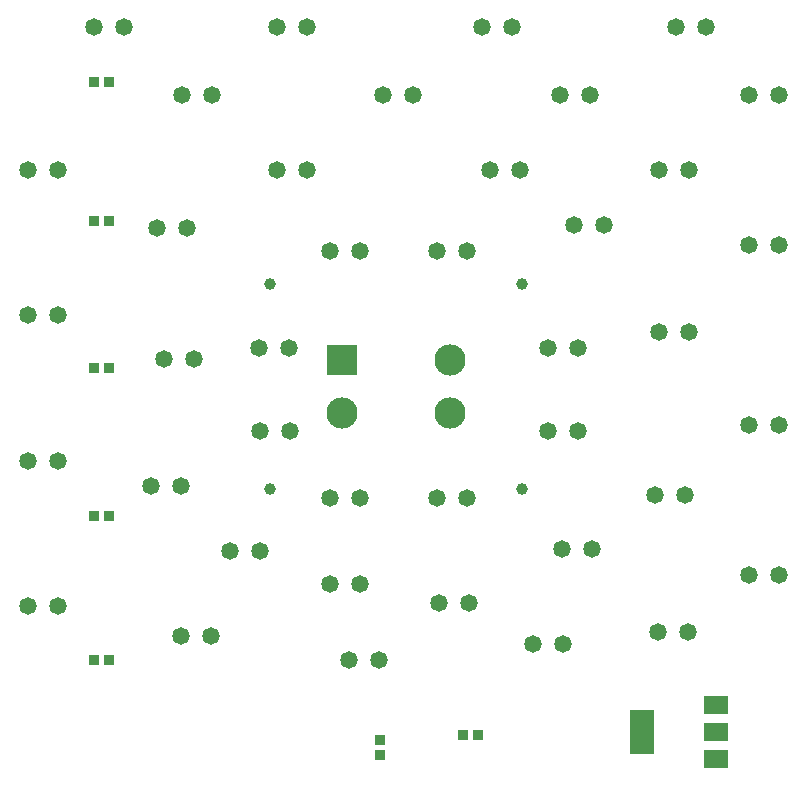
<source format=gbr>
%TF.GenerationSoftware,Altium Limited,Altium Designer,19.0.10 (269)*%
G04 Layer_Color=255*
%FSLAX26Y26*%
%MOIN*%
%TF.FileFunction,Pads,Bot*%
%TF.Part,Single*%
G01*
G75*
%TA.AperFunction,SMDPad,CuDef*%
%ADD11R,0.037402X0.033465*%
%ADD12R,0.033465X0.037402*%
%ADD13R,0.078740X0.149606*%
%ADD14R,0.078740X0.059055*%
%TA.AperFunction,ComponentPad*%
%ADD17C,0.058268*%
%ADD18C,0.039370*%
%ADD19C,0.103937*%
%ADD20R,0.103937X0.103937*%
D11*
X1325000Y149409D02*
D03*
Y200590D02*
D03*
D12*
X369409Y2393889D02*
D03*
X420591D02*
D03*
X369409Y1440000D02*
D03*
X420591D02*
D03*
X369409Y947222D02*
D03*
X420591D02*
D03*
X369409Y465000D02*
D03*
X420591D02*
D03*
X1650591Y215000D02*
D03*
X1599409D02*
D03*
X420591Y1930000D02*
D03*
X369409D02*
D03*
D13*
X2195984Y225000D02*
D03*
D14*
X2444016Y134449D02*
D03*
Y225000D02*
D03*
Y315551D02*
D03*
D17*
X1157598Y1830000D02*
D03*
X1257598D02*
D03*
X2310000Y2575000D02*
D03*
X2410000D02*
D03*
X1663333D02*
D03*
X1763333D02*
D03*
X980000D02*
D03*
X1080000D02*
D03*
X1885000Y1505000D02*
D03*
X1985000D02*
D03*
X1885000Y1230000D02*
D03*
X1985000D02*
D03*
X1157598Y720000D02*
D03*
X1257598D02*
D03*
X1220000Y465000D02*
D03*
X1320000D02*
D03*
X925000Y1230000D02*
D03*
X1025000D02*
D03*
X920000Y1505000D02*
D03*
X1020000D02*
D03*
X765000Y2350000D02*
D03*
X665000D02*
D03*
X470000Y2575000D02*
D03*
X370000D02*
D03*
X2025000Y2350000D02*
D03*
X1925000D02*
D03*
X2655000D02*
D03*
X2555000D02*
D03*
X1435000D02*
D03*
X1335000D02*
D03*
X2071667Y1915000D02*
D03*
X1971667D02*
D03*
X1615000Y1830000D02*
D03*
X1515000D02*
D03*
X680833Y1905000D02*
D03*
X580833D02*
D03*
X2353333Y2100000D02*
D03*
X2253333D02*
D03*
X1790000D02*
D03*
X1690000D02*
D03*
X1080000D02*
D03*
X980000D02*
D03*
X250000D02*
D03*
X150000D02*
D03*
X2353333Y1557500D02*
D03*
X2253333D02*
D03*
X705000Y1470000D02*
D03*
X605000D02*
D03*
X2655000Y1850000D02*
D03*
X2555000D02*
D03*
X250000Y1615000D02*
D03*
X150000D02*
D03*
X2340000Y1015000D02*
D03*
X2240000D02*
D03*
X2030000Y835000D02*
D03*
X1930000D02*
D03*
X925000Y830000D02*
D03*
X825000D02*
D03*
X660000Y1045000D02*
D03*
X560000D02*
D03*
X2655000Y1250000D02*
D03*
X2555000D02*
D03*
X1615000Y1005000D02*
D03*
X1515000D02*
D03*
X1257598D02*
D03*
X1157598D02*
D03*
X250000Y1130000D02*
D03*
X150000D02*
D03*
X2350000Y560000D02*
D03*
X2250000D02*
D03*
X1935000Y520000D02*
D03*
X1835000D02*
D03*
X760000Y545000D02*
D03*
X660000D02*
D03*
X2655000Y750000D02*
D03*
X2555000D02*
D03*
X1620000Y655000D02*
D03*
X1520000D02*
D03*
X250000Y645000D02*
D03*
X150000D02*
D03*
D18*
X1798032Y1037402D02*
D03*
X957874D02*
D03*
Y1718504D02*
D03*
X1798032D02*
D03*
D19*
X1198425Y1290354D02*
D03*
X1557480D02*
D03*
Y1465551D02*
D03*
D20*
X1198425D02*
D03*
%TF.MD5,5281b7809105a70e4e0e9ea58a87acd8*%
M02*

</source>
